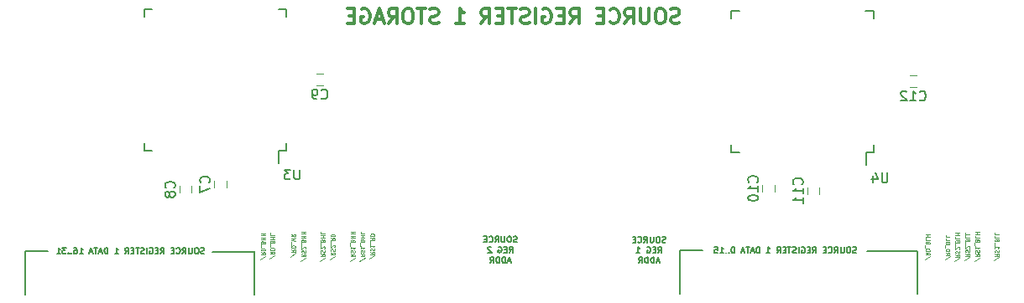
<source format=gbo>
G04 #@! TF.GenerationSoftware,KiCad,Pcbnew,(5.0.0-rc2-35-gda6600525)*
G04 #@! TF.CreationDate,2018-05-30T11:44:02-07:00*
G04 #@! TF.ProjectId,ram-based-register-card,72616D2D62617365642D726567697374,rev?*
G04 #@! TF.SameCoordinates,Original*
G04 #@! TF.FileFunction,Legend,Bot*
G04 #@! TF.FilePolarity,Positive*
%FSLAX46Y46*%
G04 Gerber Fmt 4.6, Leading zero omitted, Abs format (unit mm)*
G04 Created by KiCad (PCBNEW (5.0.0-rc2-35-gda6600525)) date 05/30/18 11:44:02*
%MOMM*%
%LPD*%
G01*
G04 APERTURE LIST*
%ADD10C,0.300000*%
%ADD11C,0.100000*%
%ADD12C,0.200000*%
%ADD13C,0.150000*%
%ADD14C,0.120000*%
G04 APERTURE END LIST*
D10*
X127940000Y-49517142D02*
X127725714Y-49588571D01*
X127368571Y-49588571D01*
X127225714Y-49517142D01*
X127154285Y-49445714D01*
X127082857Y-49302857D01*
X127082857Y-49160000D01*
X127154285Y-49017142D01*
X127225714Y-48945714D01*
X127368571Y-48874285D01*
X127654285Y-48802857D01*
X127797142Y-48731428D01*
X127868571Y-48660000D01*
X127940000Y-48517142D01*
X127940000Y-48374285D01*
X127868571Y-48231428D01*
X127797142Y-48160000D01*
X127654285Y-48088571D01*
X127297142Y-48088571D01*
X127082857Y-48160000D01*
X126154285Y-48088571D02*
X125868571Y-48088571D01*
X125725714Y-48160000D01*
X125582857Y-48302857D01*
X125511428Y-48588571D01*
X125511428Y-49088571D01*
X125582857Y-49374285D01*
X125725714Y-49517142D01*
X125868571Y-49588571D01*
X126154285Y-49588571D01*
X126297142Y-49517142D01*
X126440000Y-49374285D01*
X126511428Y-49088571D01*
X126511428Y-48588571D01*
X126440000Y-48302857D01*
X126297142Y-48160000D01*
X126154285Y-48088571D01*
X124868571Y-48088571D02*
X124868571Y-49302857D01*
X124797142Y-49445714D01*
X124725714Y-49517142D01*
X124582857Y-49588571D01*
X124297142Y-49588571D01*
X124154285Y-49517142D01*
X124082857Y-49445714D01*
X124011428Y-49302857D01*
X124011428Y-48088571D01*
X122440000Y-49588571D02*
X122940000Y-48874285D01*
X123297142Y-49588571D02*
X123297142Y-48088571D01*
X122725714Y-48088571D01*
X122582857Y-48160000D01*
X122511428Y-48231428D01*
X122440000Y-48374285D01*
X122440000Y-48588571D01*
X122511428Y-48731428D01*
X122582857Y-48802857D01*
X122725714Y-48874285D01*
X123297142Y-48874285D01*
X120940000Y-49445714D02*
X121011428Y-49517142D01*
X121225714Y-49588571D01*
X121368571Y-49588571D01*
X121582857Y-49517142D01*
X121725714Y-49374285D01*
X121797142Y-49231428D01*
X121868571Y-48945714D01*
X121868571Y-48731428D01*
X121797142Y-48445714D01*
X121725714Y-48302857D01*
X121582857Y-48160000D01*
X121368571Y-48088571D01*
X121225714Y-48088571D01*
X121011428Y-48160000D01*
X120940000Y-48231428D01*
X120297142Y-48802857D02*
X119797142Y-48802857D01*
X119582857Y-49588571D02*
X120297142Y-49588571D01*
X120297142Y-48088571D01*
X119582857Y-48088571D01*
X116940000Y-49588571D02*
X117440000Y-48874285D01*
X117797142Y-49588571D02*
X117797142Y-48088571D01*
X117225714Y-48088571D01*
X117082857Y-48160000D01*
X117011428Y-48231428D01*
X116940000Y-48374285D01*
X116940000Y-48588571D01*
X117011428Y-48731428D01*
X117082857Y-48802857D01*
X117225714Y-48874285D01*
X117797142Y-48874285D01*
X116297142Y-48802857D02*
X115797142Y-48802857D01*
X115582857Y-49588571D02*
X116297142Y-49588571D01*
X116297142Y-48088571D01*
X115582857Y-48088571D01*
X114154285Y-48160000D02*
X114297142Y-48088571D01*
X114511428Y-48088571D01*
X114725714Y-48160000D01*
X114868571Y-48302857D01*
X114940000Y-48445714D01*
X115011428Y-48731428D01*
X115011428Y-48945714D01*
X114940000Y-49231428D01*
X114868571Y-49374285D01*
X114725714Y-49517142D01*
X114511428Y-49588571D01*
X114368571Y-49588571D01*
X114154285Y-49517142D01*
X114082857Y-49445714D01*
X114082857Y-48945714D01*
X114368571Y-48945714D01*
X113440000Y-49588571D02*
X113440000Y-48088571D01*
X112797142Y-49517142D02*
X112582857Y-49588571D01*
X112225714Y-49588571D01*
X112082857Y-49517142D01*
X112011428Y-49445714D01*
X111940000Y-49302857D01*
X111940000Y-49160000D01*
X112011428Y-49017142D01*
X112082857Y-48945714D01*
X112225714Y-48874285D01*
X112511428Y-48802857D01*
X112654285Y-48731428D01*
X112725714Y-48660000D01*
X112797142Y-48517142D01*
X112797142Y-48374285D01*
X112725714Y-48231428D01*
X112654285Y-48160000D01*
X112511428Y-48088571D01*
X112154285Y-48088571D01*
X111940000Y-48160000D01*
X111511428Y-48088571D02*
X110654285Y-48088571D01*
X111082857Y-49588571D02*
X111082857Y-48088571D01*
X110154285Y-48802857D02*
X109654285Y-48802857D01*
X109440000Y-49588571D02*
X110154285Y-49588571D01*
X110154285Y-48088571D01*
X109440000Y-48088571D01*
X107940000Y-49588571D02*
X108440000Y-48874285D01*
X108797142Y-49588571D02*
X108797142Y-48088571D01*
X108225714Y-48088571D01*
X108082857Y-48160000D01*
X108011428Y-48231428D01*
X107940000Y-48374285D01*
X107940000Y-48588571D01*
X108011428Y-48731428D01*
X108082857Y-48802857D01*
X108225714Y-48874285D01*
X108797142Y-48874285D01*
X105368571Y-49588571D02*
X106225714Y-49588571D01*
X105797142Y-49588571D02*
X105797142Y-48088571D01*
X105940000Y-48302857D01*
X106082857Y-48445714D01*
X106225714Y-48517142D01*
X103654285Y-49517142D02*
X103440000Y-49588571D01*
X103082857Y-49588571D01*
X102940000Y-49517142D01*
X102868571Y-49445714D01*
X102797142Y-49302857D01*
X102797142Y-49160000D01*
X102868571Y-49017142D01*
X102940000Y-48945714D01*
X103082857Y-48874285D01*
X103368571Y-48802857D01*
X103511428Y-48731428D01*
X103582857Y-48660000D01*
X103654285Y-48517142D01*
X103654285Y-48374285D01*
X103582857Y-48231428D01*
X103511428Y-48160000D01*
X103368571Y-48088571D01*
X103011428Y-48088571D01*
X102797142Y-48160000D01*
X102368571Y-48088571D02*
X101511428Y-48088571D01*
X101940000Y-49588571D02*
X101940000Y-48088571D01*
X100725714Y-48088571D02*
X100440000Y-48088571D01*
X100297142Y-48160000D01*
X100154285Y-48302857D01*
X100082857Y-48588571D01*
X100082857Y-49088571D01*
X100154285Y-49374285D01*
X100297142Y-49517142D01*
X100440000Y-49588571D01*
X100725714Y-49588571D01*
X100868571Y-49517142D01*
X101011428Y-49374285D01*
X101082857Y-49088571D01*
X101082857Y-48588571D01*
X101011428Y-48302857D01*
X100868571Y-48160000D01*
X100725714Y-48088571D01*
X98582857Y-49588571D02*
X99082857Y-48874285D01*
X99440000Y-49588571D02*
X99440000Y-48088571D01*
X98868571Y-48088571D01*
X98725714Y-48160000D01*
X98654285Y-48231428D01*
X98582857Y-48374285D01*
X98582857Y-48588571D01*
X98654285Y-48731428D01*
X98725714Y-48802857D01*
X98868571Y-48874285D01*
X99440000Y-48874285D01*
X98011428Y-49160000D02*
X97297142Y-49160000D01*
X98154285Y-49588571D02*
X97654285Y-48088571D01*
X97154285Y-49588571D01*
X95868571Y-48160000D02*
X96011428Y-48088571D01*
X96225714Y-48088571D01*
X96440000Y-48160000D01*
X96582857Y-48302857D01*
X96654285Y-48445714D01*
X96725714Y-48731428D01*
X96725714Y-48945714D01*
X96654285Y-49231428D01*
X96582857Y-49374285D01*
X96440000Y-49517142D01*
X96225714Y-49588571D01*
X96082857Y-49588571D01*
X95868571Y-49517142D01*
X95797142Y-49445714D01*
X95797142Y-48945714D01*
X96082857Y-48945714D01*
X95154285Y-48802857D02*
X94654285Y-48802857D01*
X94440000Y-49588571D02*
X95154285Y-49588571D01*
X95154285Y-48088571D01*
X94440000Y-48088571D01*
D11*
X160198095Y-73235714D02*
X159683809Y-73578571D01*
X159779047Y-72873809D02*
X159969523Y-73007142D01*
X159779047Y-73102380D02*
X160179047Y-73102380D01*
X160179047Y-72950000D01*
X160160000Y-72911904D01*
X160140952Y-72892857D01*
X160102857Y-72873809D01*
X160045714Y-72873809D01*
X160007619Y-72892857D01*
X159988571Y-72911904D01*
X159969523Y-72950000D01*
X159969523Y-73102380D01*
X159798095Y-72721428D02*
X159779047Y-72664285D01*
X159779047Y-72569047D01*
X159798095Y-72530952D01*
X159817142Y-72511904D01*
X159855238Y-72492857D01*
X159893333Y-72492857D01*
X159931428Y-72511904D01*
X159950476Y-72530952D01*
X159969523Y-72569047D01*
X159988571Y-72645238D01*
X160007619Y-72683333D01*
X160026666Y-72702380D01*
X160064761Y-72721428D01*
X160102857Y-72721428D01*
X160140952Y-72702380D01*
X160160000Y-72683333D01*
X160179047Y-72645238D01*
X160179047Y-72550000D01*
X160160000Y-72492857D01*
X159779047Y-72111904D02*
X159779047Y-72340476D01*
X159779047Y-72226190D02*
X160179047Y-72226190D01*
X160121904Y-72264285D01*
X160083809Y-72302380D01*
X160064761Y-72340476D01*
X159740952Y-72035714D02*
X159740952Y-71730952D01*
X159988571Y-71502380D02*
X159969523Y-71445238D01*
X159950476Y-71426190D01*
X159912380Y-71407142D01*
X159855238Y-71407142D01*
X159817142Y-71426190D01*
X159798095Y-71445238D01*
X159779047Y-71483333D01*
X159779047Y-71635714D01*
X160179047Y-71635714D01*
X160179047Y-71502380D01*
X160160000Y-71464285D01*
X160140952Y-71445238D01*
X160102857Y-71426190D01*
X160064761Y-71426190D01*
X160026666Y-71445238D01*
X160007619Y-71464285D01*
X159988571Y-71502380D01*
X159988571Y-71635714D01*
X159779047Y-71045238D02*
X159779047Y-71235714D01*
X160179047Y-71235714D01*
X159779047Y-70721428D02*
X159779047Y-70911904D01*
X160179047Y-70911904D01*
X158198095Y-73253333D02*
X157683809Y-73596190D01*
X157779047Y-72891428D02*
X157969523Y-73024761D01*
X157779047Y-73120000D02*
X158179047Y-73120000D01*
X158179047Y-72967619D01*
X158160000Y-72929523D01*
X158140952Y-72910476D01*
X158102857Y-72891428D01*
X158045714Y-72891428D01*
X158007619Y-72910476D01*
X157988571Y-72929523D01*
X157969523Y-72967619D01*
X157969523Y-73120000D01*
X157798095Y-72739047D02*
X157779047Y-72681904D01*
X157779047Y-72586666D01*
X157798095Y-72548571D01*
X157817142Y-72529523D01*
X157855238Y-72510476D01*
X157893333Y-72510476D01*
X157931428Y-72529523D01*
X157950476Y-72548571D01*
X157969523Y-72586666D01*
X157988571Y-72662857D01*
X158007619Y-72700952D01*
X158026666Y-72720000D01*
X158064761Y-72739047D01*
X158102857Y-72739047D01*
X158140952Y-72720000D01*
X158160000Y-72700952D01*
X158179047Y-72662857D01*
X158179047Y-72567619D01*
X158160000Y-72510476D01*
X157779047Y-72129523D02*
X157779047Y-72358095D01*
X157779047Y-72243809D02*
X158179047Y-72243809D01*
X158121904Y-72281904D01*
X158083809Y-72320000D01*
X158064761Y-72358095D01*
X157740952Y-72053333D02*
X157740952Y-71748571D01*
X157988571Y-71520000D02*
X157969523Y-71462857D01*
X157950476Y-71443809D01*
X157912380Y-71424761D01*
X157855238Y-71424761D01*
X157817142Y-71443809D01*
X157798095Y-71462857D01*
X157779047Y-71500952D01*
X157779047Y-71653333D01*
X158179047Y-71653333D01*
X158179047Y-71520000D01*
X158160000Y-71481904D01*
X158140952Y-71462857D01*
X158102857Y-71443809D01*
X158064761Y-71443809D01*
X158026666Y-71462857D01*
X158007619Y-71481904D01*
X157988571Y-71520000D01*
X157988571Y-71653333D01*
X157779047Y-71062857D02*
X157779047Y-71253333D01*
X158179047Y-71253333D01*
X157779047Y-70929523D02*
X158179047Y-70929523D01*
X157988571Y-70929523D02*
X157988571Y-70700952D01*
X157779047Y-70700952D02*
X158179047Y-70700952D01*
X157228095Y-73225714D02*
X156713809Y-73568571D01*
X156809047Y-72863809D02*
X156999523Y-72997142D01*
X156809047Y-73092380D02*
X157209047Y-73092380D01*
X157209047Y-72940000D01*
X157190000Y-72901904D01*
X157170952Y-72882857D01*
X157132857Y-72863809D01*
X157075714Y-72863809D01*
X157037619Y-72882857D01*
X157018571Y-72901904D01*
X156999523Y-72940000D01*
X156999523Y-73092380D01*
X156828095Y-72711428D02*
X156809047Y-72654285D01*
X156809047Y-72559047D01*
X156828095Y-72520952D01*
X156847142Y-72501904D01*
X156885238Y-72482857D01*
X156923333Y-72482857D01*
X156961428Y-72501904D01*
X156980476Y-72520952D01*
X156999523Y-72559047D01*
X157018571Y-72635238D01*
X157037619Y-72673333D01*
X157056666Y-72692380D01*
X157094761Y-72711428D01*
X157132857Y-72711428D01*
X157170952Y-72692380D01*
X157190000Y-72673333D01*
X157209047Y-72635238D01*
X157209047Y-72540000D01*
X157190000Y-72482857D01*
X157170952Y-72330476D02*
X157190000Y-72311428D01*
X157209047Y-72273333D01*
X157209047Y-72178095D01*
X157190000Y-72140000D01*
X157170952Y-72120952D01*
X157132857Y-72101904D01*
X157094761Y-72101904D01*
X157037619Y-72120952D01*
X156809047Y-72349523D01*
X156809047Y-72101904D01*
X156770952Y-72025714D02*
X156770952Y-71720952D01*
X157018571Y-71492380D02*
X156999523Y-71435238D01*
X156980476Y-71416190D01*
X156942380Y-71397142D01*
X156885238Y-71397142D01*
X156847142Y-71416190D01*
X156828095Y-71435238D01*
X156809047Y-71473333D01*
X156809047Y-71625714D01*
X157209047Y-71625714D01*
X157209047Y-71492380D01*
X157190000Y-71454285D01*
X157170952Y-71435238D01*
X157132857Y-71416190D01*
X157094761Y-71416190D01*
X157056666Y-71435238D01*
X157037619Y-71454285D01*
X157018571Y-71492380D01*
X157018571Y-71625714D01*
X156809047Y-71035238D02*
X156809047Y-71225714D01*
X157209047Y-71225714D01*
X156809047Y-70711428D02*
X156809047Y-70901904D01*
X157209047Y-70901904D01*
X156208095Y-73323333D02*
X155693809Y-73666190D01*
X155789047Y-72961428D02*
X155979523Y-73094761D01*
X155789047Y-73190000D02*
X156189047Y-73190000D01*
X156189047Y-73037619D01*
X156170000Y-72999523D01*
X156150952Y-72980476D01*
X156112857Y-72961428D01*
X156055714Y-72961428D01*
X156017619Y-72980476D01*
X155998571Y-72999523D01*
X155979523Y-73037619D01*
X155979523Y-73190000D01*
X155808095Y-72809047D02*
X155789047Y-72751904D01*
X155789047Y-72656666D01*
X155808095Y-72618571D01*
X155827142Y-72599523D01*
X155865238Y-72580476D01*
X155903333Y-72580476D01*
X155941428Y-72599523D01*
X155960476Y-72618571D01*
X155979523Y-72656666D01*
X155998571Y-72732857D01*
X156017619Y-72770952D01*
X156036666Y-72790000D01*
X156074761Y-72809047D01*
X156112857Y-72809047D01*
X156150952Y-72790000D01*
X156170000Y-72770952D01*
X156189047Y-72732857D01*
X156189047Y-72637619D01*
X156170000Y-72580476D01*
X156150952Y-72428095D02*
X156170000Y-72409047D01*
X156189047Y-72370952D01*
X156189047Y-72275714D01*
X156170000Y-72237619D01*
X156150952Y-72218571D01*
X156112857Y-72199523D01*
X156074761Y-72199523D01*
X156017619Y-72218571D01*
X155789047Y-72447142D01*
X155789047Y-72199523D01*
X155750952Y-72123333D02*
X155750952Y-71818571D01*
X155998571Y-71590000D02*
X155979523Y-71532857D01*
X155960476Y-71513809D01*
X155922380Y-71494761D01*
X155865238Y-71494761D01*
X155827142Y-71513809D01*
X155808095Y-71532857D01*
X155789047Y-71570952D01*
X155789047Y-71723333D01*
X156189047Y-71723333D01*
X156189047Y-71590000D01*
X156170000Y-71551904D01*
X156150952Y-71532857D01*
X156112857Y-71513809D01*
X156074761Y-71513809D01*
X156036666Y-71532857D01*
X156017619Y-71551904D01*
X155998571Y-71590000D01*
X155998571Y-71723333D01*
X155789047Y-71132857D02*
X155789047Y-71323333D01*
X156189047Y-71323333D01*
X155789047Y-70999523D02*
X156189047Y-70999523D01*
X155998571Y-70999523D02*
X155998571Y-70770952D01*
X155789047Y-70770952D02*
X156189047Y-70770952D01*
X155218095Y-73144761D02*
X154703809Y-73487619D01*
X154799047Y-72782857D02*
X154989523Y-72916190D01*
X154799047Y-73011428D02*
X155199047Y-73011428D01*
X155199047Y-72859047D01*
X155180000Y-72820952D01*
X155160952Y-72801904D01*
X155122857Y-72782857D01*
X155065714Y-72782857D01*
X155027619Y-72801904D01*
X155008571Y-72820952D01*
X154989523Y-72859047D01*
X154989523Y-73011428D01*
X154799047Y-72611428D02*
X155199047Y-72611428D01*
X155199047Y-72516190D01*
X155180000Y-72459047D01*
X155141904Y-72420952D01*
X155103809Y-72401904D01*
X155027619Y-72382857D01*
X154970476Y-72382857D01*
X154894285Y-72401904D01*
X154856190Y-72420952D01*
X154818095Y-72459047D01*
X154799047Y-72516190D01*
X154799047Y-72611428D01*
X154760952Y-72306666D02*
X154760952Y-72001904D01*
X155008571Y-71773333D02*
X154989523Y-71716190D01*
X154970476Y-71697142D01*
X154932380Y-71678095D01*
X154875238Y-71678095D01*
X154837142Y-71697142D01*
X154818095Y-71716190D01*
X154799047Y-71754285D01*
X154799047Y-71906666D01*
X155199047Y-71906666D01*
X155199047Y-71773333D01*
X155180000Y-71735238D01*
X155160952Y-71716190D01*
X155122857Y-71697142D01*
X155084761Y-71697142D01*
X155046666Y-71716190D01*
X155027619Y-71735238D01*
X155008571Y-71773333D01*
X155008571Y-71906666D01*
X154799047Y-71316190D02*
X154799047Y-71506666D01*
X155199047Y-71506666D01*
X154799047Y-70992380D02*
X154799047Y-71182857D01*
X155199047Y-71182857D01*
X153198095Y-73122380D02*
X152683809Y-73465238D01*
X152779047Y-72760476D02*
X152969523Y-72893809D01*
X152779047Y-72989047D02*
X153179047Y-72989047D01*
X153179047Y-72836666D01*
X153160000Y-72798571D01*
X153140952Y-72779523D01*
X153102857Y-72760476D01*
X153045714Y-72760476D01*
X153007619Y-72779523D01*
X152988571Y-72798571D01*
X152969523Y-72836666D01*
X152969523Y-72989047D01*
X152779047Y-72589047D02*
X153179047Y-72589047D01*
X153179047Y-72493809D01*
X153160000Y-72436666D01*
X153121904Y-72398571D01*
X153083809Y-72379523D01*
X153007619Y-72360476D01*
X152950476Y-72360476D01*
X152874285Y-72379523D01*
X152836190Y-72398571D01*
X152798095Y-72436666D01*
X152779047Y-72493809D01*
X152779047Y-72589047D01*
X152740952Y-72284285D02*
X152740952Y-71979523D01*
X152988571Y-71750952D02*
X152969523Y-71693809D01*
X152950476Y-71674761D01*
X152912380Y-71655714D01*
X152855238Y-71655714D01*
X152817142Y-71674761D01*
X152798095Y-71693809D01*
X152779047Y-71731904D01*
X152779047Y-71884285D01*
X153179047Y-71884285D01*
X153179047Y-71750952D01*
X153160000Y-71712857D01*
X153140952Y-71693809D01*
X153102857Y-71674761D01*
X153064761Y-71674761D01*
X153026666Y-71693809D01*
X153007619Y-71712857D01*
X152988571Y-71750952D01*
X152988571Y-71884285D01*
X152779047Y-71293809D02*
X152779047Y-71484285D01*
X153179047Y-71484285D01*
X152779047Y-71160476D02*
X153179047Y-71160476D01*
X152988571Y-71160476D02*
X152988571Y-70931904D01*
X152779047Y-70931904D02*
X153179047Y-70931904D01*
D12*
X146910000Y-72587260D02*
X151950000Y-72587260D01*
D13*
X145777142Y-72770117D02*
X145691428Y-72798688D01*
X145548571Y-72798688D01*
X145491428Y-72770117D01*
X145462857Y-72741545D01*
X145434285Y-72684402D01*
X145434285Y-72627260D01*
X145462857Y-72570117D01*
X145491428Y-72541545D01*
X145548571Y-72512974D01*
X145662857Y-72484402D01*
X145720000Y-72455831D01*
X145748571Y-72427260D01*
X145777142Y-72370117D01*
X145777142Y-72312974D01*
X145748571Y-72255831D01*
X145720000Y-72227260D01*
X145662857Y-72198688D01*
X145520000Y-72198688D01*
X145434285Y-72227260D01*
X145062857Y-72198688D02*
X144948571Y-72198688D01*
X144891428Y-72227260D01*
X144834285Y-72284402D01*
X144805714Y-72398688D01*
X144805714Y-72598688D01*
X144834285Y-72712974D01*
X144891428Y-72770117D01*
X144948571Y-72798688D01*
X145062857Y-72798688D01*
X145120000Y-72770117D01*
X145177142Y-72712974D01*
X145205714Y-72598688D01*
X145205714Y-72398688D01*
X145177142Y-72284402D01*
X145120000Y-72227260D01*
X145062857Y-72198688D01*
X144548571Y-72198688D02*
X144548571Y-72684402D01*
X144520000Y-72741545D01*
X144491428Y-72770117D01*
X144434285Y-72798688D01*
X144320000Y-72798688D01*
X144262857Y-72770117D01*
X144234285Y-72741545D01*
X144205714Y-72684402D01*
X144205714Y-72198688D01*
X143577142Y-72798688D02*
X143777142Y-72512974D01*
X143920000Y-72798688D02*
X143920000Y-72198688D01*
X143691428Y-72198688D01*
X143634285Y-72227260D01*
X143605714Y-72255831D01*
X143577142Y-72312974D01*
X143577142Y-72398688D01*
X143605714Y-72455831D01*
X143634285Y-72484402D01*
X143691428Y-72512974D01*
X143920000Y-72512974D01*
X142977142Y-72741545D02*
X143005714Y-72770117D01*
X143091428Y-72798688D01*
X143148571Y-72798688D01*
X143234285Y-72770117D01*
X143291428Y-72712974D01*
X143320000Y-72655831D01*
X143348571Y-72541545D01*
X143348571Y-72455831D01*
X143320000Y-72341545D01*
X143291428Y-72284402D01*
X143234285Y-72227260D01*
X143148571Y-72198688D01*
X143091428Y-72198688D01*
X143005714Y-72227260D01*
X142977142Y-72255831D01*
X142720000Y-72484402D02*
X142520000Y-72484402D01*
X142434285Y-72798688D02*
X142720000Y-72798688D01*
X142720000Y-72198688D01*
X142434285Y-72198688D01*
X141377142Y-72798688D02*
X141577142Y-72512974D01*
X141720000Y-72798688D02*
X141720000Y-72198688D01*
X141491428Y-72198688D01*
X141434285Y-72227260D01*
X141405714Y-72255831D01*
X141377142Y-72312974D01*
X141377142Y-72398688D01*
X141405714Y-72455831D01*
X141434285Y-72484402D01*
X141491428Y-72512974D01*
X141720000Y-72512974D01*
X141120000Y-72484402D02*
X140920000Y-72484402D01*
X140834285Y-72798688D02*
X141120000Y-72798688D01*
X141120000Y-72198688D01*
X140834285Y-72198688D01*
X140262857Y-72227260D02*
X140320000Y-72198688D01*
X140405714Y-72198688D01*
X140491428Y-72227260D01*
X140548571Y-72284402D01*
X140577142Y-72341545D01*
X140605714Y-72455831D01*
X140605714Y-72541545D01*
X140577142Y-72655831D01*
X140548571Y-72712974D01*
X140491428Y-72770117D01*
X140405714Y-72798688D01*
X140348571Y-72798688D01*
X140262857Y-72770117D01*
X140234285Y-72741545D01*
X140234285Y-72541545D01*
X140348571Y-72541545D01*
X139977142Y-72798688D02*
X139977142Y-72198688D01*
X139720000Y-72770117D02*
X139634285Y-72798688D01*
X139491428Y-72798688D01*
X139434285Y-72770117D01*
X139405714Y-72741545D01*
X139377142Y-72684402D01*
X139377142Y-72627260D01*
X139405714Y-72570117D01*
X139434285Y-72541545D01*
X139491428Y-72512974D01*
X139605714Y-72484402D01*
X139662857Y-72455831D01*
X139691428Y-72427260D01*
X139720000Y-72370117D01*
X139720000Y-72312974D01*
X139691428Y-72255831D01*
X139662857Y-72227260D01*
X139605714Y-72198688D01*
X139462857Y-72198688D01*
X139377142Y-72227260D01*
X139205714Y-72198688D02*
X138862857Y-72198688D01*
X139034285Y-72798688D02*
X139034285Y-72198688D01*
X138662857Y-72484402D02*
X138462857Y-72484402D01*
X138377142Y-72798688D02*
X138662857Y-72798688D01*
X138662857Y-72198688D01*
X138377142Y-72198688D01*
X137777142Y-72798688D02*
X137977142Y-72512974D01*
X138120000Y-72798688D02*
X138120000Y-72198688D01*
X137891428Y-72198688D01*
X137834285Y-72227260D01*
X137805714Y-72255831D01*
X137777142Y-72312974D01*
X137777142Y-72398688D01*
X137805714Y-72455831D01*
X137834285Y-72484402D01*
X137891428Y-72512974D01*
X138120000Y-72512974D01*
X136748571Y-72798688D02*
X137091428Y-72798688D01*
X136920000Y-72798688D02*
X136920000Y-72198688D01*
X136977142Y-72284402D01*
X137034285Y-72341545D01*
X137091428Y-72370117D01*
X136034285Y-72798688D02*
X136034285Y-72198688D01*
X135891428Y-72198688D01*
X135805714Y-72227260D01*
X135748571Y-72284402D01*
X135720000Y-72341545D01*
X135691428Y-72455831D01*
X135691428Y-72541545D01*
X135720000Y-72655831D01*
X135748571Y-72712974D01*
X135805714Y-72770117D01*
X135891428Y-72798688D01*
X136034285Y-72798688D01*
X135462857Y-72627260D02*
X135177142Y-72627260D01*
X135520000Y-72798688D02*
X135320000Y-72198688D01*
X135120000Y-72798688D01*
X135005714Y-72198688D02*
X134662857Y-72198688D01*
X134834285Y-72798688D02*
X134834285Y-72198688D01*
X134491428Y-72627260D02*
X134205714Y-72627260D01*
X134548571Y-72798688D02*
X134348571Y-72198688D01*
X134148571Y-72798688D01*
X133377142Y-72198688D02*
X133320000Y-72198688D01*
X133262857Y-72227260D01*
X133234285Y-72255831D01*
X133205714Y-72312974D01*
X133177142Y-72427260D01*
X133177142Y-72570117D01*
X133205714Y-72684402D01*
X133234285Y-72741545D01*
X133262857Y-72770117D01*
X133320000Y-72798688D01*
X133377142Y-72798688D01*
X133434285Y-72770117D01*
X133462857Y-72741545D01*
X133491428Y-72684402D01*
X133520000Y-72570117D01*
X133520000Y-72427260D01*
X133491428Y-72312974D01*
X133462857Y-72255831D01*
X133434285Y-72227260D01*
X133377142Y-72198688D01*
X132920000Y-72741545D02*
X132891428Y-72770117D01*
X132920000Y-72798688D01*
X132948571Y-72770117D01*
X132920000Y-72741545D01*
X132920000Y-72798688D01*
X132634285Y-72741545D02*
X132605714Y-72770117D01*
X132634285Y-72798688D01*
X132662857Y-72770117D01*
X132634285Y-72741545D01*
X132634285Y-72798688D01*
X132034285Y-72798688D02*
X132377142Y-72798688D01*
X132205714Y-72798688D02*
X132205714Y-72198688D01*
X132262857Y-72284402D01*
X132320000Y-72341545D01*
X132377142Y-72370117D01*
X131491428Y-72198688D02*
X131777142Y-72198688D01*
X131805714Y-72484402D01*
X131777142Y-72455831D01*
X131720000Y-72427260D01*
X131577142Y-72427260D01*
X131520000Y-72455831D01*
X131491428Y-72484402D01*
X131462857Y-72541545D01*
X131462857Y-72684402D01*
X131491428Y-72741545D01*
X131520000Y-72770117D01*
X131577142Y-72798688D01*
X131720000Y-72798688D01*
X131777142Y-72770117D01*
X131805714Y-72741545D01*
D12*
X128030000Y-72557260D02*
X130260000Y-72557260D01*
X151960000Y-76970000D02*
X151960000Y-72590000D01*
X128020000Y-72570000D02*
X128020000Y-76920000D01*
D13*
X126561428Y-71702857D02*
X126475714Y-71731428D01*
X126332857Y-71731428D01*
X126275714Y-71702857D01*
X126247142Y-71674285D01*
X126218571Y-71617142D01*
X126218571Y-71560000D01*
X126247142Y-71502857D01*
X126275714Y-71474285D01*
X126332857Y-71445714D01*
X126447142Y-71417142D01*
X126504285Y-71388571D01*
X126532857Y-71360000D01*
X126561428Y-71302857D01*
X126561428Y-71245714D01*
X126532857Y-71188571D01*
X126504285Y-71160000D01*
X126447142Y-71131428D01*
X126304285Y-71131428D01*
X126218571Y-71160000D01*
X125847142Y-71131428D02*
X125732857Y-71131428D01*
X125675714Y-71160000D01*
X125618571Y-71217142D01*
X125590000Y-71331428D01*
X125590000Y-71531428D01*
X125618571Y-71645714D01*
X125675714Y-71702857D01*
X125732857Y-71731428D01*
X125847142Y-71731428D01*
X125904285Y-71702857D01*
X125961428Y-71645714D01*
X125990000Y-71531428D01*
X125990000Y-71331428D01*
X125961428Y-71217142D01*
X125904285Y-71160000D01*
X125847142Y-71131428D01*
X125332857Y-71131428D02*
X125332857Y-71617142D01*
X125304285Y-71674285D01*
X125275714Y-71702857D01*
X125218571Y-71731428D01*
X125104285Y-71731428D01*
X125047142Y-71702857D01*
X125018571Y-71674285D01*
X124990000Y-71617142D01*
X124990000Y-71131428D01*
X124361428Y-71731428D02*
X124561428Y-71445714D01*
X124704285Y-71731428D02*
X124704285Y-71131428D01*
X124475714Y-71131428D01*
X124418571Y-71160000D01*
X124390000Y-71188571D01*
X124361428Y-71245714D01*
X124361428Y-71331428D01*
X124390000Y-71388571D01*
X124418571Y-71417142D01*
X124475714Y-71445714D01*
X124704285Y-71445714D01*
X123761428Y-71674285D02*
X123790000Y-71702857D01*
X123875714Y-71731428D01*
X123932857Y-71731428D01*
X124018571Y-71702857D01*
X124075714Y-71645714D01*
X124104285Y-71588571D01*
X124132857Y-71474285D01*
X124132857Y-71388571D01*
X124104285Y-71274285D01*
X124075714Y-71217142D01*
X124018571Y-71160000D01*
X123932857Y-71131428D01*
X123875714Y-71131428D01*
X123790000Y-71160000D01*
X123761428Y-71188571D01*
X123504285Y-71417142D02*
X123304285Y-71417142D01*
X123218571Y-71731428D02*
X123504285Y-71731428D01*
X123504285Y-71131428D01*
X123218571Y-71131428D01*
X125790000Y-72781428D02*
X125990000Y-72495714D01*
X126132857Y-72781428D02*
X126132857Y-72181428D01*
X125904285Y-72181428D01*
X125847142Y-72210000D01*
X125818571Y-72238571D01*
X125790000Y-72295714D01*
X125790000Y-72381428D01*
X125818571Y-72438571D01*
X125847142Y-72467142D01*
X125904285Y-72495714D01*
X126132857Y-72495714D01*
X125532857Y-72467142D02*
X125332857Y-72467142D01*
X125247142Y-72781428D02*
X125532857Y-72781428D01*
X125532857Y-72181428D01*
X125247142Y-72181428D01*
X124675714Y-72210000D02*
X124732857Y-72181428D01*
X124818571Y-72181428D01*
X124904285Y-72210000D01*
X124961428Y-72267142D01*
X124990000Y-72324285D01*
X125018571Y-72438571D01*
X125018571Y-72524285D01*
X124990000Y-72638571D01*
X124961428Y-72695714D01*
X124904285Y-72752857D01*
X124818571Y-72781428D01*
X124761428Y-72781428D01*
X124675714Y-72752857D01*
X124647142Y-72724285D01*
X124647142Y-72524285D01*
X124761428Y-72524285D01*
X123618571Y-72781428D02*
X123961428Y-72781428D01*
X123790000Y-72781428D02*
X123790000Y-72181428D01*
X123847142Y-72267142D01*
X123904285Y-72324285D01*
X123961428Y-72352857D01*
X125932857Y-73660000D02*
X125647142Y-73660000D01*
X125990000Y-73831428D02*
X125790000Y-73231428D01*
X125590000Y-73831428D01*
X125390000Y-73831428D02*
X125390000Y-73231428D01*
X125247142Y-73231428D01*
X125161428Y-73260000D01*
X125104285Y-73317142D01*
X125075714Y-73374285D01*
X125047142Y-73488571D01*
X125047142Y-73574285D01*
X125075714Y-73688571D01*
X125104285Y-73745714D01*
X125161428Y-73802857D01*
X125247142Y-73831428D01*
X125390000Y-73831428D01*
X124790000Y-73831428D02*
X124790000Y-73231428D01*
X124647142Y-73231428D01*
X124561428Y-73260000D01*
X124504285Y-73317142D01*
X124475714Y-73374285D01*
X124447142Y-73488571D01*
X124447142Y-73574285D01*
X124475714Y-73688571D01*
X124504285Y-73745714D01*
X124561428Y-73802857D01*
X124647142Y-73831428D01*
X124790000Y-73831428D01*
X123847142Y-73831428D02*
X124047142Y-73545714D01*
X124190000Y-73831428D02*
X124190000Y-73231428D01*
X123961428Y-73231428D01*
X123904285Y-73260000D01*
X123875714Y-73288571D01*
X123847142Y-73345714D01*
X123847142Y-73431428D01*
X123875714Y-73488571D01*
X123904285Y-73517142D01*
X123961428Y-73545714D01*
X124190000Y-73545714D01*
X111561428Y-71672857D02*
X111475714Y-71701428D01*
X111332857Y-71701428D01*
X111275714Y-71672857D01*
X111247142Y-71644285D01*
X111218571Y-71587142D01*
X111218571Y-71530000D01*
X111247142Y-71472857D01*
X111275714Y-71444285D01*
X111332857Y-71415714D01*
X111447142Y-71387142D01*
X111504285Y-71358571D01*
X111532857Y-71330000D01*
X111561428Y-71272857D01*
X111561428Y-71215714D01*
X111532857Y-71158571D01*
X111504285Y-71130000D01*
X111447142Y-71101428D01*
X111304285Y-71101428D01*
X111218571Y-71130000D01*
X110847142Y-71101428D02*
X110732857Y-71101428D01*
X110675714Y-71130000D01*
X110618571Y-71187142D01*
X110590000Y-71301428D01*
X110590000Y-71501428D01*
X110618571Y-71615714D01*
X110675714Y-71672857D01*
X110732857Y-71701428D01*
X110847142Y-71701428D01*
X110904285Y-71672857D01*
X110961428Y-71615714D01*
X110990000Y-71501428D01*
X110990000Y-71301428D01*
X110961428Y-71187142D01*
X110904285Y-71130000D01*
X110847142Y-71101428D01*
X110332857Y-71101428D02*
X110332857Y-71587142D01*
X110304285Y-71644285D01*
X110275714Y-71672857D01*
X110218571Y-71701428D01*
X110104285Y-71701428D01*
X110047142Y-71672857D01*
X110018571Y-71644285D01*
X109990000Y-71587142D01*
X109990000Y-71101428D01*
X109361428Y-71701428D02*
X109561428Y-71415714D01*
X109704285Y-71701428D02*
X109704285Y-71101428D01*
X109475714Y-71101428D01*
X109418571Y-71130000D01*
X109390000Y-71158571D01*
X109361428Y-71215714D01*
X109361428Y-71301428D01*
X109390000Y-71358571D01*
X109418571Y-71387142D01*
X109475714Y-71415714D01*
X109704285Y-71415714D01*
X108761428Y-71644285D02*
X108790000Y-71672857D01*
X108875714Y-71701428D01*
X108932857Y-71701428D01*
X109018571Y-71672857D01*
X109075714Y-71615714D01*
X109104285Y-71558571D01*
X109132857Y-71444285D01*
X109132857Y-71358571D01*
X109104285Y-71244285D01*
X109075714Y-71187142D01*
X109018571Y-71130000D01*
X108932857Y-71101428D01*
X108875714Y-71101428D01*
X108790000Y-71130000D01*
X108761428Y-71158571D01*
X108504285Y-71387142D02*
X108304285Y-71387142D01*
X108218571Y-71701428D02*
X108504285Y-71701428D01*
X108504285Y-71101428D01*
X108218571Y-71101428D01*
X110790000Y-72751428D02*
X110990000Y-72465714D01*
X111132857Y-72751428D02*
X111132857Y-72151428D01*
X110904285Y-72151428D01*
X110847142Y-72180000D01*
X110818571Y-72208571D01*
X110790000Y-72265714D01*
X110790000Y-72351428D01*
X110818571Y-72408571D01*
X110847142Y-72437142D01*
X110904285Y-72465714D01*
X111132857Y-72465714D01*
X110532857Y-72437142D02*
X110332857Y-72437142D01*
X110247142Y-72751428D02*
X110532857Y-72751428D01*
X110532857Y-72151428D01*
X110247142Y-72151428D01*
X109675714Y-72180000D02*
X109732857Y-72151428D01*
X109818571Y-72151428D01*
X109904285Y-72180000D01*
X109961428Y-72237142D01*
X109990000Y-72294285D01*
X110018571Y-72408571D01*
X110018571Y-72494285D01*
X109990000Y-72608571D01*
X109961428Y-72665714D01*
X109904285Y-72722857D01*
X109818571Y-72751428D01*
X109761428Y-72751428D01*
X109675714Y-72722857D01*
X109647142Y-72694285D01*
X109647142Y-72494285D01*
X109761428Y-72494285D01*
X108961428Y-72208571D02*
X108932857Y-72180000D01*
X108875714Y-72151428D01*
X108732857Y-72151428D01*
X108675714Y-72180000D01*
X108647142Y-72208571D01*
X108618571Y-72265714D01*
X108618571Y-72322857D01*
X108647142Y-72408571D01*
X108990000Y-72751428D01*
X108618571Y-72751428D01*
X110932857Y-73630000D02*
X110647142Y-73630000D01*
X110990000Y-73801428D02*
X110790000Y-73201428D01*
X110590000Y-73801428D01*
X110390000Y-73801428D02*
X110390000Y-73201428D01*
X110247142Y-73201428D01*
X110161428Y-73230000D01*
X110104285Y-73287142D01*
X110075714Y-73344285D01*
X110047142Y-73458571D01*
X110047142Y-73544285D01*
X110075714Y-73658571D01*
X110104285Y-73715714D01*
X110161428Y-73772857D01*
X110247142Y-73801428D01*
X110390000Y-73801428D01*
X109790000Y-73801428D02*
X109790000Y-73201428D01*
X109647142Y-73201428D01*
X109561428Y-73230000D01*
X109504285Y-73287142D01*
X109475714Y-73344285D01*
X109447142Y-73458571D01*
X109447142Y-73544285D01*
X109475714Y-73658571D01*
X109504285Y-73715714D01*
X109561428Y-73772857D01*
X109647142Y-73801428D01*
X109790000Y-73801428D01*
X108847142Y-73801428D02*
X109047142Y-73515714D01*
X109190000Y-73801428D02*
X109190000Y-73201428D01*
X108961428Y-73201428D01*
X108904285Y-73230000D01*
X108875714Y-73258571D01*
X108847142Y-73315714D01*
X108847142Y-73401428D01*
X108875714Y-73458571D01*
X108904285Y-73487142D01*
X108961428Y-73515714D01*
X109190000Y-73515714D01*
D11*
X97198095Y-73071904D02*
X96683809Y-73414761D01*
X96779047Y-72710000D02*
X96969523Y-72843333D01*
X96779047Y-72938571D02*
X97179047Y-72938571D01*
X97179047Y-72786190D01*
X97160000Y-72748095D01*
X97140952Y-72729047D01*
X97102857Y-72710000D01*
X97045714Y-72710000D01*
X97007619Y-72729047D01*
X96988571Y-72748095D01*
X96969523Y-72786190D01*
X96969523Y-72938571D01*
X96798095Y-72557619D02*
X96779047Y-72500476D01*
X96779047Y-72405238D01*
X96798095Y-72367142D01*
X96817142Y-72348095D01*
X96855238Y-72329047D01*
X96893333Y-72329047D01*
X96931428Y-72348095D01*
X96950476Y-72367142D01*
X96969523Y-72405238D01*
X96988571Y-72481428D01*
X97007619Y-72519523D01*
X97026666Y-72538571D01*
X97064761Y-72557619D01*
X97102857Y-72557619D01*
X97140952Y-72538571D01*
X97160000Y-72519523D01*
X97179047Y-72481428D01*
X97179047Y-72386190D01*
X97160000Y-72329047D01*
X96779047Y-71948095D02*
X96779047Y-72176666D01*
X96779047Y-72062380D02*
X97179047Y-72062380D01*
X97121904Y-72100476D01*
X97083809Y-72138571D01*
X97064761Y-72176666D01*
X96740952Y-71871904D02*
X96740952Y-71567142D01*
X96779047Y-71243333D02*
X96969523Y-71376666D01*
X96779047Y-71471904D02*
X97179047Y-71471904D01*
X97179047Y-71319523D01*
X97160000Y-71281428D01*
X97140952Y-71262380D01*
X97102857Y-71243333D01*
X97045714Y-71243333D01*
X97007619Y-71262380D01*
X96988571Y-71281428D01*
X96969523Y-71319523D01*
X96969523Y-71471904D01*
X96779047Y-71071904D02*
X97179047Y-71071904D01*
X97179047Y-70976666D01*
X97160000Y-70919523D01*
X97121904Y-70881428D01*
X97083809Y-70862380D01*
X97007619Y-70843333D01*
X96950476Y-70843333D01*
X96874285Y-70862380D01*
X96836190Y-70881428D01*
X96798095Y-70919523D01*
X96779047Y-70976666D01*
X96779047Y-71071904D01*
X96198095Y-73263333D02*
X95683809Y-73606190D01*
X95779047Y-72901428D02*
X95969523Y-73034761D01*
X95779047Y-73130000D02*
X96179047Y-73130000D01*
X96179047Y-72977619D01*
X96160000Y-72939523D01*
X96140952Y-72920476D01*
X96102857Y-72901428D01*
X96045714Y-72901428D01*
X96007619Y-72920476D01*
X95988571Y-72939523D01*
X95969523Y-72977619D01*
X95969523Y-73130000D01*
X95798095Y-72749047D02*
X95779047Y-72691904D01*
X95779047Y-72596666D01*
X95798095Y-72558571D01*
X95817142Y-72539523D01*
X95855238Y-72520476D01*
X95893333Y-72520476D01*
X95931428Y-72539523D01*
X95950476Y-72558571D01*
X95969523Y-72596666D01*
X95988571Y-72672857D01*
X96007619Y-72710952D01*
X96026666Y-72730000D01*
X96064761Y-72749047D01*
X96102857Y-72749047D01*
X96140952Y-72730000D01*
X96160000Y-72710952D01*
X96179047Y-72672857D01*
X96179047Y-72577619D01*
X96160000Y-72520476D01*
X95779047Y-72139523D02*
X95779047Y-72368095D01*
X95779047Y-72253809D02*
X96179047Y-72253809D01*
X96121904Y-72291904D01*
X96083809Y-72330000D01*
X96064761Y-72368095D01*
X95740952Y-72063333D02*
X95740952Y-71758571D01*
X95988571Y-71530000D02*
X95969523Y-71472857D01*
X95950476Y-71453809D01*
X95912380Y-71434761D01*
X95855238Y-71434761D01*
X95817142Y-71453809D01*
X95798095Y-71472857D01*
X95779047Y-71510952D01*
X95779047Y-71663333D01*
X96179047Y-71663333D01*
X96179047Y-71530000D01*
X96160000Y-71491904D01*
X96140952Y-71472857D01*
X96102857Y-71453809D01*
X96064761Y-71453809D01*
X96026666Y-71472857D01*
X96007619Y-71491904D01*
X95988571Y-71530000D01*
X95988571Y-71663333D01*
X95779047Y-71263333D02*
X96179047Y-71263333D01*
X95988571Y-71263333D02*
X95988571Y-71034761D01*
X95779047Y-71034761D02*
X96179047Y-71034761D01*
X95779047Y-70653809D02*
X95779047Y-70844285D01*
X96179047Y-70844285D01*
X95208095Y-73290952D02*
X94693809Y-73633809D01*
X94789047Y-72929047D02*
X94979523Y-73062380D01*
X94789047Y-73157619D02*
X95189047Y-73157619D01*
X95189047Y-73005238D01*
X95170000Y-72967142D01*
X95150952Y-72948095D01*
X95112857Y-72929047D01*
X95055714Y-72929047D01*
X95017619Y-72948095D01*
X94998571Y-72967142D01*
X94979523Y-73005238D01*
X94979523Y-73157619D01*
X94808095Y-72776666D02*
X94789047Y-72719523D01*
X94789047Y-72624285D01*
X94808095Y-72586190D01*
X94827142Y-72567142D01*
X94865238Y-72548095D01*
X94903333Y-72548095D01*
X94941428Y-72567142D01*
X94960476Y-72586190D01*
X94979523Y-72624285D01*
X94998571Y-72700476D01*
X95017619Y-72738571D01*
X95036666Y-72757619D01*
X95074761Y-72776666D01*
X95112857Y-72776666D01*
X95150952Y-72757619D01*
X95170000Y-72738571D01*
X95189047Y-72700476D01*
X95189047Y-72605238D01*
X95170000Y-72548095D01*
X94789047Y-72167142D02*
X94789047Y-72395714D01*
X94789047Y-72281428D02*
X95189047Y-72281428D01*
X95131904Y-72319523D01*
X95093809Y-72357619D01*
X95074761Y-72395714D01*
X94750952Y-72090952D02*
X94750952Y-71786190D01*
X94998571Y-71557619D02*
X94979523Y-71500476D01*
X94960476Y-71481428D01*
X94922380Y-71462380D01*
X94865238Y-71462380D01*
X94827142Y-71481428D01*
X94808095Y-71500476D01*
X94789047Y-71538571D01*
X94789047Y-71690952D01*
X95189047Y-71690952D01*
X95189047Y-71557619D01*
X95170000Y-71519523D01*
X95150952Y-71500476D01*
X95112857Y-71481428D01*
X95074761Y-71481428D01*
X95036666Y-71500476D01*
X95017619Y-71519523D01*
X94998571Y-71557619D01*
X94998571Y-71690952D01*
X94789047Y-71290952D02*
X95189047Y-71290952D01*
X94998571Y-71290952D02*
X94998571Y-71062380D01*
X94789047Y-71062380D02*
X95189047Y-71062380D01*
X94789047Y-70871904D02*
X95189047Y-70871904D01*
X94998571Y-70871904D02*
X94998571Y-70643333D01*
X94789047Y-70643333D02*
X95189047Y-70643333D01*
X93198095Y-73121904D02*
X92683809Y-73464761D01*
X92779047Y-72760000D02*
X92969523Y-72893333D01*
X92779047Y-72988571D02*
X93179047Y-72988571D01*
X93179047Y-72836190D01*
X93160000Y-72798095D01*
X93140952Y-72779047D01*
X93102857Y-72760000D01*
X93045714Y-72760000D01*
X93007619Y-72779047D01*
X92988571Y-72798095D01*
X92969523Y-72836190D01*
X92969523Y-72988571D01*
X92798095Y-72607619D02*
X92779047Y-72550476D01*
X92779047Y-72455238D01*
X92798095Y-72417142D01*
X92817142Y-72398095D01*
X92855238Y-72379047D01*
X92893333Y-72379047D01*
X92931428Y-72398095D01*
X92950476Y-72417142D01*
X92969523Y-72455238D01*
X92988571Y-72531428D01*
X93007619Y-72569523D01*
X93026666Y-72588571D01*
X93064761Y-72607619D01*
X93102857Y-72607619D01*
X93140952Y-72588571D01*
X93160000Y-72569523D01*
X93179047Y-72531428D01*
X93179047Y-72436190D01*
X93160000Y-72379047D01*
X93140952Y-72226666D02*
X93160000Y-72207619D01*
X93179047Y-72169523D01*
X93179047Y-72074285D01*
X93160000Y-72036190D01*
X93140952Y-72017142D01*
X93102857Y-71998095D01*
X93064761Y-71998095D01*
X93007619Y-72017142D01*
X92779047Y-72245714D01*
X92779047Y-71998095D01*
X92740952Y-71921904D02*
X92740952Y-71617142D01*
X92779047Y-71293333D02*
X92969523Y-71426666D01*
X92779047Y-71521904D02*
X93179047Y-71521904D01*
X93179047Y-71369523D01*
X93160000Y-71331428D01*
X93140952Y-71312380D01*
X93102857Y-71293333D01*
X93045714Y-71293333D01*
X93007619Y-71312380D01*
X92988571Y-71331428D01*
X92969523Y-71369523D01*
X92969523Y-71521904D01*
X92779047Y-71121904D02*
X93179047Y-71121904D01*
X93179047Y-71026666D01*
X93160000Y-70969523D01*
X93121904Y-70931428D01*
X93083809Y-70912380D01*
X93007619Y-70893333D01*
X92950476Y-70893333D01*
X92874285Y-70912380D01*
X92836190Y-70931428D01*
X92798095Y-70969523D01*
X92779047Y-71026666D01*
X92779047Y-71121904D01*
X92188095Y-73263333D02*
X91673809Y-73606190D01*
X91769047Y-72901428D02*
X91959523Y-73034761D01*
X91769047Y-73130000D02*
X92169047Y-73130000D01*
X92169047Y-72977619D01*
X92150000Y-72939523D01*
X92130952Y-72920476D01*
X92092857Y-72901428D01*
X92035714Y-72901428D01*
X91997619Y-72920476D01*
X91978571Y-72939523D01*
X91959523Y-72977619D01*
X91959523Y-73130000D01*
X91788095Y-72749047D02*
X91769047Y-72691904D01*
X91769047Y-72596666D01*
X91788095Y-72558571D01*
X91807142Y-72539523D01*
X91845238Y-72520476D01*
X91883333Y-72520476D01*
X91921428Y-72539523D01*
X91940476Y-72558571D01*
X91959523Y-72596666D01*
X91978571Y-72672857D01*
X91997619Y-72710952D01*
X92016666Y-72730000D01*
X92054761Y-72749047D01*
X92092857Y-72749047D01*
X92130952Y-72730000D01*
X92150000Y-72710952D01*
X92169047Y-72672857D01*
X92169047Y-72577619D01*
X92150000Y-72520476D01*
X92130952Y-72368095D02*
X92150000Y-72349047D01*
X92169047Y-72310952D01*
X92169047Y-72215714D01*
X92150000Y-72177619D01*
X92130952Y-72158571D01*
X92092857Y-72139523D01*
X92054761Y-72139523D01*
X91997619Y-72158571D01*
X91769047Y-72387142D01*
X91769047Y-72139523D01*
X91730952Y-72063333D02*
X91730952Y-71758571D01*
X91978571Y-71530000D02*
X91959523Y-71472857D01*
X91940476Y-71453809D01*
X91902380Y-71434761D01*
X91845238Y-71434761D01*
X91807142Y-71453809D01*
X91788095Y-71472857D01*
X91769047Y-71510952D01*
X91769047Y-71663333D01*
X92169047Y-71663333D01*
X92169047Y-71530000D01*
X92150000Y-71491904D01*
X92130952Y-71472857D01*
X92092857Y-71453809D01*
X92054761Y-71453809D01*
X92016666Y-71472857D01*
X91997619Y-71491904D01*
X91978571Y-71530000D01*
X91978571Y-71663333D01*
X91769047Y-71263333D02*
X92169047Y-71263333D01*
X91978571Y-71263333D02*
X91978571Y-71034761D01*
X91769047Y-71034761D02*
X92169047Y-71034761D01*
X91769047Y-70653809D02*
X91769047Y-70844285D01*
X92169047Y-70844285D01*
X90258095Y-73290952D02*
X89743809Y-73633809D01*
X89839047Y-72929047D02*
X90029523Y-73062380D01*
X89839047Y-73157619D02*
X90239047Y-73157619D01*
X90239047Y-73005238D01*
X90220000Y-72967142D01*
X90200952Y-72948095D01*
X90162857Y-72929047D01*
X90105714Y-72929047D01*
X90067619Y-72948095D01*
X90048571Y-72967142D01*
X90029523Y-73005238D01*
X90029523Y-73157619D01*
X89858095Y-72776666D02*
X89839047Y-72719523D01*
X89839047Y-72624285D01*
X89858095Y-72586190D01*
X89877142Y-72567142D01*
X89915238Y-72548095D01*
X89953333Y-72548095D01*
X89991428Y-72567142D01*
X90010476Y-72586190D01*
X90029523Y-72624285D01*
X90048571Y-72700476D01*
X90067619Y-72738571D01*
X90086666Y-72757619D01*
X90124761Y-72776666D01*
X90162857Y-72776666D01*
X90200952Y-72757619D01*
X90220000Y-72738571D01*
X90239047Y-72700476D01*
X90239047Y-72605238D01*
X90220000Y-72548095D01*
X90200952Y-72395714D02*
X90220000Y-72376666D01*
X90239047Y-72338571D01*
X90239047Y-72243333D01*
X90220000Y-72205238D01*
X90200952Y-72186190D01*
X90162857Y-72167142D01*
X90124761Y-72167142D01*
X90067619Y-72186190D01*
X89839047Y-72414761D01*
X89839047Y-72167142D01*
X89800952Y-72090952D02*
X89800952Y-71786190D01*
X90048571Y-71557619D02*
X90029523Y-71500476D01*
X90010476Y-71481428D01*
X89972380Y-71462380D01*
X89915238Y-71462380D01*
X89877142Y-71481428D01*
X89858095Y-71500476D01*
X89839047Y-71538571D01*
X89839047Y-71690952D01*
X90239047Y-71690952D01*
X90239047Y-71557619D01*
X90220000Y-71519523D01*
X90200952Y-71500476D01*
X90162857Y-71481428D01*
X90124761Y-71481428D01*
X90086666Y-71500476D01*
X90067619Y-71519523D01*
X90048571Y-71557619D01*
X90048571Y-71690952D01*
X89839047Y-71290952D02*
X90239047Y-71290952D01*
X90048571Y-71290952D02*
X90048571Y-71062380D01*
X89839047Y-71062380D02*
X90239047Y-71062380D01*
X89839047Y-70871904D02*
X90239047Y-70871904D01*
X90048571Y-70871904D02*
X90048571Y-70643333D01*
X89839047Y-70643333D02*
X90239047Y-70643333D01*
X89228095Y-72819523D02*
X88713809Y-73162380D01*
X88809047Y-72457619D02*
X88999523Y-72590952D01*
X88809047Y-72686190D02*
X89209047Y-72686190D01*
X89209047Y-72533809D01*
X89190000Y-72495714D01*
X89170952Y-72476666D01*
X89132857Y-72457619D01*
X89075714Y-72457619D01*
X89037619Y-72476666D01*
X89018571Y-72495714D01*
X88999523Y-72533809D01*
X88999523Y-72686190D01*
X88809047Y-72286190D02*
X89209047Y-72286190D01*
X89209047Y-72190952D01*
X89190000Y-72133809D01*
X89151904Y-72095714D01*
X89113809Y-72076666D01*
X89037619Y-72057619D01*
X88980476Y-72057619D01*
X88904285Y-72076666D01*
X88866190Y-72095714D01*
X88828095Y-72133809D01*
X88809047Y-72190952D01*
X88809047Y-72286190D01*
X88770952Y-71981428D02*
X88770952Y-71676666D01*
X89209047Y-71619523D02*
X88809047Y-71524285D01*
X89094761Y-71448095D01*
X88809047Y-71371904D01*
X89209047Y-71276666D01*
X88809047Y-70895714D02*
X88999523Y-71029047D01*
X88809047Y-71124285D02*
X89209047Y-71124285D01*
X89209047Y-70971904D01*
X89190000Y-70933809D01*
X89170952Y-70914761D01*
X89132857Y-70895714D01*
X89075714Y-70895714D01*
X89037619Y-70914761D01*
X89018571Y-70933809D01*
X88999523Y-70971904D01*
X88999523Y-71124285D01*
X87108095Y-73022380D02*
X86593809Y-73365238D01*
X86689047Y-72660476D02*
X86879523Y-72793809D01*
X86689047Y-72889047D02*
X87089047Y-72889047D01*
X87089047Y-72736666D01*
X87070000Y-72698571D01*
X87050952Y-72679523D01*
X87012857Y-72660476D01*
X86955714Y-72660476D01*
X86917619Y-72679523D01*
X86898571Y-72698571D01*
X86879523Y-72736666D01*
X86879523Y-72889047D01*
X86689047Y-72489047D02*
X87089047Y-72489047D01*
X87089047Y-72393809D01*
X87070000Y-72336666D01*
X87031904Y-72298571D01*
X86993809Y-72279523D01*
X86917619Y-72260476D01*
X86860476Y-72260476D01*
X86784285Y-72279523D01*
X86746190Y-72298571D01*
X86708095Y-72336666D01*
X86689047Y-72393809D01*
X86689047Y-72489047D01*
X86650952Y-72184285D02*
X86650952Y-71879523D01*
X86898571Y-71650952D02*
X86879523Y-71593809D01*
X86860476Y-71574761D01*
X86822380Y-71555714D01*
X86765238Y-71555714D01*
X86727142Y-71574761D01*
X86708095Y-71593809D01*
X86689047Y-71631904D01*
X86689047Y-71784285D01*
X87089047Y-71784285D01*
X87089047Y-71650952D01*
X87070000Y-71612857D01*
X87050952Y-71593809D01*
X87012857Y-71574761D01*
X86974761Y-71574761D01*
X86936666Y-71593809D01*
X86917619Y-71612857D01*
X86898571Y-71650952D01*
X86898571Y-71784285D01*
X86689047Y-71384285D02*
X87089047Y-71384285D01*
X86898571Y-71384285D02*
X86898571Y-71155714D01*
X86689047Y-71155714D02*
X87089047Y-71155714D01*
X86689047Y-70774761D02*
X86689047Y-70965238D01*
X87089047Y-70965238D01*
X86178095Y-73090000D02*
X85663809Y-73432857D01*
X85759047Y-72728095D02*
X85949523Y-72861428D01*
X85759047Y-72956666D02*
X86159047Y-72956666D01*
X86159047Y-72804285D01*
X86140000Y-72766190D01*
X86120952Y-72747142D01*
X86082857Y-72728095D01*
X86025714Y-72728095D01*
X85987619Y-72747142D01*
X85968571Y-72766190D01*
X85949523Y-72804285D01*
X85949523Y-72956666D01*
X85759047Y-72556666D02*
X86159047Y-72556666D01*
X86159047Y-72461428D01*
X86140000Y-72404285D01*
X86101904Y-72366190D01*
X86063809Y-72347142D01*
X85987619Y-72328095D01*
X85930476Y-72328095D01*
X85854285Y-72347142D01*
X85816190Y-72366190D01*
X85778095Y-72404285D01*
X85759047Y-72461428D01*
X85759047Y-72556666D01*
X85720952Y-72251904D02*
X85720952Y-71947142D01*
X85968571Y-71718571D02*
X85949523Y-71661428D01*
X85930476Y-71642380D01*
X85892380Y-71623333D01*
X85835238Y-71623333D01*
X85797142Y-71642380D01*
X85778095Y-71661428D01*
X85759047Y-71699523D01*
X85759047Y-71851904D01*
X86159047Y-71851904D01*
X86159047Y-71718571D01*
X86140000Y-71680476D01*
X86120952Y-71661428D01*
X86082857Y-71642380D01*
X86044761Y-71642380D01*
X86006666Y-71661428D01*
X85987619Y-71680476D01*
X85968571Y-71718571D01*
X85968571Y-71851904D01*
X85759047Y-71451904D02*
X86159047Y-71451904D01*
X85968571Y-71451904D02*
X85968571Y-71223333D01*
X85759047Y-71223333D02*
X86159047Y-71223333D01*
X85759047Y-71032857D02*
X86159047Y-71032857D01*
X85968571Y-71032857D02*
X85968571Y-70804285D01*
X85759047Y-70804285D02*
X86159047Y-70804285D01*
D13*
X80012857Y-72850117D02*
X79927142Y-72878688D01*
X79784285Y-72878688D01*
X79727142Y-72850117D01*
X79698571Y-72821545D01*
X79670000Y-72764402D01*
X79670000Y-72707260D01*
X79698571Y-72650117D01*
X79727142Y-72621545D01*
X79784285Y-72592974D01*
X79898571Y-72564402D01*
X79955714Y-72535831D01*
X79984285Y-72507260D01*
X80012857Y-72450117D01*
X80012857Y-72392974D01*
X79984285Y-72335831D01*
X79955714Y-72307260D01*
X79898571Y-72278688D01*
X79755714Y-72278688D01*
X79670000Y-72307260D01*
X79298571Y-72278688D02*
X79184285Y-72278688D01*
X79127142Y-72307260D01*
X79070000Y-72364402D01*
X79041428Y-72478688D01*
X79041428Y-72678688D01*
X79070000Y-72792974D01*
X79127142Y-72850117D01*
X79184285Y-72878688D01*
X79298571Y-72878688D01*
X79355714Y-72850117D01*
X79412857Y-72792974D01*
X79441428Y-72678688D01*
X79441428Y-72478688D01*
X79412857Y-72364402D01*
X79355714Y-72307260D01*
X79298571Y-72278688D01*
X78784285Y-72278688D02*
X78784285Y-72764402D01*
X78755714Y-72821545D01*
X78727142Y-72850117D01*
X78670000Y-72878688D01*
X78555714Y-72878688D01*
X78498571Y-72850117D01*
X78470000Y-72821545D01*
X78441428Y-72764402D01*
X78441428Y-72278688D01*
X77812857Y-72878688D02*
X78012857Y-72592974D01*
X78155714Y-72878688D02*
X78155714Y-72278688D01*
X77927142Y-72278688D01*
X77870000Y-72307260D01*
X77841428Y-72335831D01*
X77812857Y-72392974D01*
X77812857Y-72478688D01*
X77841428Y-72535831D01*
X77870000Y-72564402D01*
X77927142Y-72592974D01*
X78155714Y-72592974D01*
X77212857Y-72821545D02*
X77241428Y-72850117D01*
X77327142Y-72878688D01*
X77384285Y-72878688D01*
X77470000Y-72850117D01*
X77527142Y-72792974D01*
X77555714Y-72735831D01*
X77584285Y-72621545D01*
X77584285Y-72535831D01*
X77555714Y-72421545D01*
X77527142Y-72364402D01*
X77470000Y-72307260D01*
X77384285Y-72278688D01*
X77327142Y-72278688D01*
X77241428Y-72307260D01*
X77212857Y-72335831D01*
X76955714Y-72564402D02*
X76755714Y-72564402D01*
X76670000Y-72878688D02*
X76955714Y-72878688D01*
X76955714Y-72278688D01*
X76670000Y-72278688D01*
X75612857Y-72878688D02*
X75812857Y-72592974D01*
X75955714Y-72878688D02*
X75955714Y-72278688D01*
X75727142Y-72278688D01*
X75670000Y-72307260D01*
X75641428Y-72335831D01*
X75612857Y-72392974D01*
X75612857Y-72478688D01*
X75641428Y-72535831D01*
X75670000Y-72564402D01*
X75727142Y-72592974D01*
X75955714Y-72592974D01*
X75355714Y-72564402D02*
X75155714Y-72564402D01*
X75070000Y-72878688D02*
X75355714Y-72878688D01*
X75355714Y-72278688D01*
X75070000Y-72278688D01*
X74498571Y-72307260D02*
X74555714Y-72278688D01*
X74641428Y-72278688D01*
X74727142Y-72307260D01*
X74784285Y-72364402D01*
X74812857Y-72421545D01*
X74841428Y-72535831D01*
X74841428Y-72621545D01*
X74812857Y-72735831D01*
X74784285Y-72792974D01*
X74727142Y-72850117D01*
X74641428Y-72878688D01*
X74584285Y-72878688D01*
X74498571Y-72850117D01*
X74470000Y-72821545D01*
X74470000Y-72621545D01*
X74584285Y-72621545D01*
X74212857Y-72878688D02*
X74212857Y-72278688D01*
X73955714Y-72850117D02*
X73870000Y-72878688D01*
X73727142Y-72878688D01*
X73670000Y-72850117D01*
X73641428Y-72821545D01*
X73612857Y-72764402D01*
X73612857Y-72707260D01*
X73641428Y-72650117D01*
X73670000Y-72621545D01*
X73727142Y-72592974D01*
X73841428Y-72564402D01*
X73898571Y-72535831D01*
X73927142Y-72507260D01*
X73955714Y-72450117D01*
X73955714Y-72392974D01*
X73927142Y-72335831D01*
X73898571Y-72307260D01*
X73841428Y-72278688D01*
X73698571Y-72278688D01*
X73612857Y-72307260D01*
X73441428Y-72278688D02*
X73098571Y-72278688D01*
X73270000Y-72878688D02*
X73270000Y-72278688D01*
X72898571Y-72564402D02*
X72698571Y-72564402D01*
X72612857Y-72878688D02*
X72898571Y-72878688D01*
X72898571Y-72278688D01*
X72612857Y-72278688D01*
X72012857Y-72878688D02*
X72212857Y-72592974D01*
X72355714Y-72878688D02*
X72355714Y-72278688D01*
X72127142Y-72278688D01*
X72070000Y-72307260D01*
X72041428Y-72335831D01*
X72012857Y-72392974D01*
X72012857Y-72478688D01*
X72041428Y-72535831D01*
X72070000Y-72564402D01*
X72127142Y-72592974D01*
X72355714Y-72592974D01*
X70984285Y-72878688D02*
X71327142Y-72878688D01*
X71155714Y-72878688D02*
X71155714Y-72278688D01*
X71212857Y-72364402D01*
X71270000Y-72421545D01*
X71327142Y-72450117D01*
X70270000Y-72878688D02*
X70270000Y-72278688D01*
X70127142Y-72278688D01*
X70041428Y-72307260D01*
X69984285Y-72364402D01*
X69955714Y-72421545D01*
X69927142Y-72535831D01*
X69927142Y-72621545D01*
X69955714Y-72735831D01*
X69984285Y-72792974D01*
X70041428Y-72850117D01*
X70127142Y-72878688D01*
X70270000Y-72878688D01*
X69698571Y-72707260D02*
X69412857Y-72707260D01*
X69755714Y-72878688D02*
X69555714Y-72278688D01*
X69355714Y-72878688D01*
X69241428Y-72278688D02*
X68898571Y-72278688D01*
X69070000Y-72878688D02*
X69070000Y-72278688D01*
X68727142Y-72707260D02*
X68441428Y-72707260D01*
X68784285Y-72878688D02*
X68584285Y-72278688D01*
X68384285Y-72878688D01*
X67412857Y-72878688D02*
X67755714Y-72878688D01*
X67584285Y-72878688D02*
X67584285Y-72278688D01*
X67641428Y-72364402D01*
X67698571Y-72421545D01*
X67755714Y-72450117D01*
X66898571Y-72278688D02*
X67012857Y-72278688D01*
X67070000Y-72307260D01*
X67098571Y-72335831D01*
X67155714Y-72421545D01*
X67184285Y-72535831D01*
X67184285Y-72764402D01*
X67155714Y-72821545D01*
X67127142Y-72850117D01*
X67070000Y-72878688D01*
X66955714Y-72878688D01*
X66898571Y-72850117D01*
X66870000Y-72821545D01*
X66841428Y-72764402D01*
X66841428Y-72621545D01*
X66870000Y-72564402D01*
X66898571Y-72535831D01*
X66955714Y-72507260D01*
X67070000Y-72507260D01*
X67127142Y-72535831D01*
X67155714Y-72564402D01*
X67184285Y-72621545D01*
X66584285Y-72821545D02*
X66555714Y-72850117D01*
X66584285Y-72878688D01*
X66612857Y-72850117D01*
X66584285Y-72821545D01*
X66584285Y-72878688D01*
X66298571Y-72821545D02*
X66270000Y-72850117D01*
X66298571Y-72878688D01*
X66327142Y-72850117D01*
X66298571Y-72821545D01*
X66298571Y-72878688D01*
X66070000Y-72278688D02*
X65698571Y-72278688D01*
X65898571Y-72507260D01*
X65812857Y-72507260D01*
X65755714Y-72535831D01*
X65727142Y-72564402D01*
X65698571Y-72621545D01*
X65698571Y-72764402D01*
X65727142Y-72821545D01*
X65755714Y-72850117D01*
X65812857Y-72878688D01*
X65984285Y-72878688D01*
X66041428Y-72850117D01*
X66070000Y-72821545D01*
X65127142Y-72878688D02*
X65470000Y-72878688D01*
X65298571Y-72878688D02*
X65298571Y-72278688D01*
X65355714Y-72364402D01*
X65412857Y-72421545D01*
X65470000Y-72450117D01*
D12*
X61980000Y-72637260D02*
X64210000Y-72637260D01*
X61970000Y-72650000D02*
X61970000Y-77000000D01*
X85050000Y-77030000D02*
X85050000Y-72650000D01*
X80860000Y-72667260D02*
X85070000Y-72667260D01*
D13*
G04 #@! TO.C,U3*
X87560000Y-62463000D02*
X87560000Y-63738000D01*
X88285000Y-48113000D02*
X88285000Y-48913000D01*
X73935000Y-48113000D02*
X73935000Y-48913000D01*
X73935000Y-62463000D02*
X73935000Y-61663000D01*
X88285000Y-62463000D02*
X88285000Y-61663000D01*
X73935000Y-62463000D02*
X74735000Y-62463000D01*
X73935000Y-48113000D02*
X74735000Y-48113000D01*
X88285000Y-48113000D02*
X87485000Y-48113000D01*
X88285000Y-62463000D02*
X87560000Y-62463000D01*
G04 #@! TO.C,U4*
X147525000Y-62625000D02*
X146800000Y-62625000D01*
X147525000Y-48275000D02*
X146725000Y-48275000D01*
X133175000Y-48275000D02*
X133975000Y-48275000D01*
X133175000Y-62625000D02*
X133975000Y-62625000D01*
X147525000Y-62625000D02*
X147525000Y-61825000D01*
X133175000Y-62625000D02*
X133175000Y-61825000D01*
X133175000Y-48275000D02*
X133175000Y-49075000D01*
X147525000Y-48275000D02*
X147525000Y-49075000D01*
X146800000Y-62625000D02*
X146800000Y-63900000D01*
D14*
G04 #@! TO.C,C7*
X81030000Y-65488000D02*
X81030000Y-66188000D01*
X82230000Y-66188000D02*
X82230000Y-65488000D01*
G04 #@! TO.C,C8*
X78720000Y-66720000D02*
X78720000Y-66020000D01*
X77520000Y-66020000D02*
X77520000Y-66720000D01*
G04 #@! TO.C,C9*
X91300000Y-55880000D02*
X92000000Y-55880000D01*
X92000000Y-54680000D02*
X91300000Y-54680000D01*
G04 #@! TO.C,C10*
X137520000Y-66620000D02*
X137520000Y-65920000D01*
X136320000Y-65920000D02*
X136320000Y-66620000D01*
G04 #@! TO.C,C11*
X140850000Y-66140000D02*
X140850000Y-66840000D01*
X142050000Y-66840000D02*
X142050000Y-66140000D01*
G04 #@! TO.C,C12*
X151890000Y-54850000D02*
X151190000Y-54850000D01*
X151190000Y-56050000D02*
X151890000Y-56050000D01*
G04 #@! TO.C,U3*
D13*
X89651904Y-64362380D02*
X89651904Y-65171904D01*
X89604285Y-65267142D01*
X89556666Y-65314761D01*
X89461428Y-65362380D01*
X89270952Y-65362380D01*
X89175714Y-65314761D01*
X89128095Y-65267142D01*
X89080476Y-65171904D01*
X89080476Y-64362380D01*
X88699523Y-64362380D02*
X88080476Y-64362380D01*
X88413809Y-64743333D01*
X88270952Y-64743333D01*
X88175714Y-64790952D01*
X88128095Y-64838571D01*
X88080476Y-64933809D01*
X88080476Y-65171904D01*
X88128095Y-65267142D01*
X88175714Y-65314761D01*
X88270952Y-65362380D01*
X88556666Y-65362380D01*
X88651904Y-65314761D01*
X88699523Y-65267142D01*
G04 #@! TO.C,U4*
X148941904Y-64682380D02*
X148941904Y-65491904D01*
X148894285Y-65587142D01*
X148846666Y-65634761D01*
X148751428Y-65682380D01*
X148560952Y-65682380D01*
X148465714Y-65634761D01*
X148418095Y-65587142D01*
X148370476Y-65491904D01*
X148370476Y-64682380D01*
X147465714Y-65015714D02*
X147465714Y-65682380D01*
X147703809Y-64634761D02*
X147941904Y-65349047D01*
X147322857Y-65349047D01*
G04 #@! TO.C,C7*
X80487142Y-65671333D02*
X80534761Y-65623714D01*
X80582380Y-65480857D01*
X80582380Y-65385619D01*
X80534761Y-65242761D01*
X80439523Y-65147523D01*
X80344285Y-65099904D01*
X80153809Y-65052285D01*
X80010952Y-65052285D01*
X79820476Y-65099904D01*
X79725238Y-65147523D01*
X79630000Y-65242761D01*
X79582380Y-65385619D01*
X79582380Y-65480857D01*
X79630000Y-65623714D01*
X79677619Y-65671333D01*
X79582380Y-66004666D02*
X79582380Y-66671333D01*
X80582380Y-66242761D01*
G04 #@! TO.C,C8*
X76977142Y-66203333D02*
X77024761Y-66155714D01*
X77072380Y-66012857D01*
X77072380Y-65917619D01*
X77024761Y-65774761D01*
X76929523Y-65679523D01*
X76834285Y-65631904D01*
X76643809Y-65584285D01*
X76500952Y-65584285D01*
X76310476Y-65631904D01*
X76215238Y-65679523D01*
X76120000Y-65774761D01*
X76072380Y-65917619D01*
X76072380Y-66012857D01*
X76120000Y-66155714D01*
X76167619Y-66203333D01*
X76500952Y-66774761D02*
X76453333Y-66679523D01*
X76405714Y-66631904D01*
X76310476Y-66584285D01*
X76262857Y-66584285D01*
X76167619Y-66631904D01*
X76120000Y-66679523D01*
X76072380Y-66774761D01*
X76072380Y-66965238D01*
X76120000Y-67060476D01*
X76167619Y-67108095D01*
X76262857Y-67155714D01*
X76310476Y-67155714D01*
X76405714Y-67108095D01*
X76453333Y-67060476D01*
X76500952Y-66965238D01*
X76500952Y-66774761D01*
X76548571Y-66679523D01*
X76596190Y-66631904D01*
X76691428Y-66584285D01*
X76881904Y-66584285D01*
X76977142Y-66631904D01*
X77024761Y-66679523D01*
X77072380Y-66774761D01*
X77072380Y-66965238D01*
X77024761Y-67060476D01*
X76977142Y-67108095D01*
X76881904Y-67155714D01*
X76691428Y-67155714D01*
X76596190Y-67108095D01*
X76548571Y-67060476D01*
X76500952Y-66965238D01*
G04 #@! TO.C,C9*
X91816666Y-57137142D02*
X91864285Y-57184761D01*
X92007142Y-57232380D01*
X92102380Y-57232380D01*
X92245238Y-57184761D01*
X92340476Y-57089523D01*
X92388095Y-56994285D01*
X92435714Y-56803809D01*
X92435714Y-56660952D01*
X92388095Y-56470476D01*
X92340476Y-56375238D01*
X92245238Y-56280000D01*
X92102380Y-56232380D01*
X92007142Y-56232380D01*
X91864285Y-56280000D01*
X91816666Y-56327619D01*
X91340476Y-57232380D02*
X91150000Y-57232380D01*
X91054761Y-57184761D01*
X91007142Y-57137142D01*
X90911904Y-56994285D01*
X90864285Y-56803809D01*
X90864285Y-56422857D01*
X90911904Y-56327619D01*
X90959523Y-56280000D01*
X91054761Y-56232380D01*
X91245238Y-56232380D01*
X91340476Y-56280000D01*
X91388095Y-56327619D01*
X91435714Y-56422857D01*
X91435714Y-56660952D01*
X91388095Y-56756190D01*
X91340476Y-56803809D01*
X91245238Y-56851428D01*
X91054761Y-56851428D01*
X90959523Y-56803809D01*
X90911904Y-56756190D01*
X90864285Y-56660952D01*
G04 #@! TO.C,C10*
X135777142Y-65627142D02*
X135824761Y-65579523D01*
X135872380Y-65436666D01*
X135872380Y-65341428D01*
X135824761Y-65198571D01*
X135729523Y-65103333D01*
X135634285Y-65055714D01*
X135443809Y-65008095D01*
X135300952Y-65008095D01*
X135110476Y-65055714D01*
X135015238Y-65103333D01*
X134920000Y-65198571D01*
X134872380Y-65341428D01*
X134872380Y-65436666D01*
X134920000Y-65579523D01*
X134967619Y-65627142D01*
X135872380Y-66579523D02*
X135872380Y-66008095D01*
X135872380Y-66293809D02*
X134872380Y-66293809D01*
X135015238Y-66198571D01*
X135110476Y-66103333D01*
X135158095Y-66008095D01*
X134872380Y-67198571D02*
X134872380Y-67293809D01*
X134920000Y-67389047D01*
X134967619Y-67436666D01*
X135062857Y-67484285D01*
X135253333Y-67531904D01*
X135491428Y-67531904D01*
X135681904Y-67484285D01*
X135777142Y-67436666D01*
X135824761Y-67389047D01*
X135872380Y-67293809D01*
X135872380Y-67198571D01*
X135824761Y-67103333D01*
X135777142Y-67055714D01*
X135681904Y-67008095D01*
X135491428Y-66960476D01*
X135253333Y-66960476D01*
X135062857Y-67008095D01*
X134967619Y-67055714D01*
X134920000Y-67103333D01*
X134872380Y-67198571D01*
G04 #@! TO.C,C11*
X140307142Y-65847142D02*
X140354761Y-65799523D01*
X140402380Y-65656666D01*
X140402380Y-65561428D01*
X140354761Y-65418571D01*
X140259523Y-65323333D01*
X140164285Y-65275714D01*
X139973809Y-65228095D01*
X139830952Y-65228095D01*
X139640476Y-65275714D01*
X139545238Y-65323333D01*
X139450000Y-65418571D01*
X139402380Y-65561428D01*
X139402380Y-65656666D01*
X139450000Y-65799523D01*
X139497619Y-65847142D01*
X140402380Y-66799523D02*
X140402380Y-66228095D01*
X140402380Y-66513809D02*
X139402380Y-66513809D01*
X139545238Y-66418571D01*
X139640476Y-66323333D01*
X139688095Y-66228095D01*
X140402380Y-67751904D02*
X140402380Y-67180476D01*
X140402380Y-67466190D02*
X139402380Y-67466190D01*
X139545238Y-67370952D01*
X139640476Y-67275714D01*
X139688095Y-67180476D01*
G04 #@! TO.C,C12*
X152182857Y-57307142D02*
X152230476Y-57354761D01*
X152373333Y-57402380D01*
X152468571Y-57402380D01*
X152611428Y-57354761D01*
X152706666Y-57259523D01*
X152754285Y-57164285D01*
X152801904Y-56973809D01*
X152801904Y-56830952D01*
X152754285Y-56640476D01*
X152706666Y-56545238D01*
X152611428Y-56450000D01*
X152468571Y-56402380D01*
X152373333Y-56402380D01*
X152230476Y-56450000D01*
X152182857Y-56497619D01*
X151230476Y-57402380D02*
X151801904Y-57402380D01*
X151516190Y-57402380D02*
X151516190Y-56402380D01*
X151611428Y-56545238D01*
X151706666Y-56640476D01*
X151801904Y-56688095D01*
X150849523Y-56497619D02*
X150801904Y-56450000D01*
X150706666Y-56402380D01*
X150468571Y-56402380D01*
X150373333Y-56450000D01*
X150325714Y-56497619D01*
X150278095Y-56592857D01*
X150278095Y-56688095D01*
X150325714Y-56830952D01*
X150897142Y-57402380D01*
X150278095Y-57402380D01*
G04 #@! TD*
M02*

</source>
